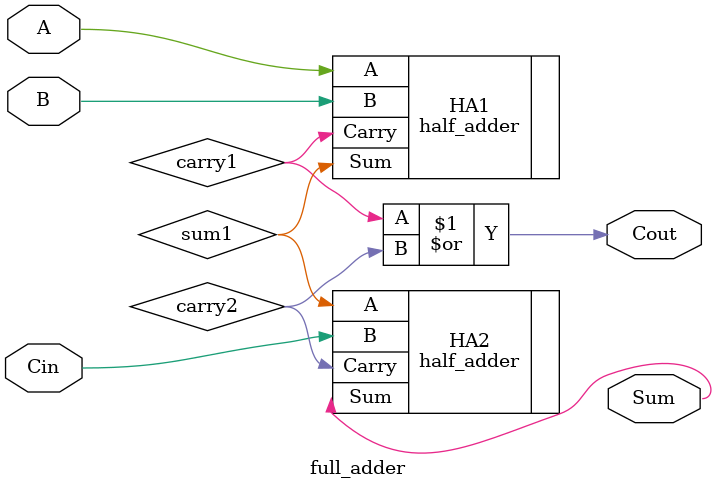
<source format=sv>
module full_adder (
    input logic A,      // Birinci giriş
    input logic B,      // İkinci giriş
    input logic Cin,    // Taşıma girişi
    output logic Sum,   // Toplam çıkışı
    output logic Cout   // Taşıma çıkışı
);
    logic sum1, carry1, carry2;

    // İlk Half-Adder
    half_adder HA1 (
        .A(A),
        .B(B),
        .Sum(sum1),
        .Carry(carry1)
    );

    // İkinci Half-Adder
    half_adder HA2 (
        .A(sum1),
        .B(Cin),
        .Sum(Sum),
        .Carry(carry2)
    );

    // Taşıma çıkışı
    assign Cout = carry1 | carry2;
endmodule

</source>
